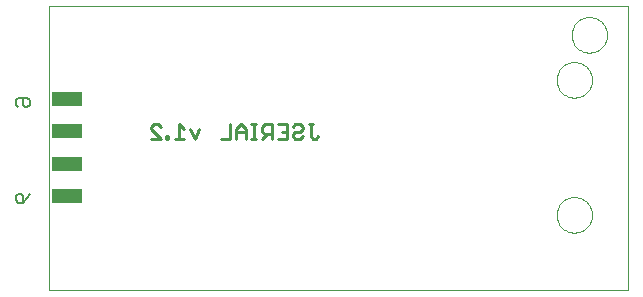
<source format=gbo>
G75*
G70*
%OFA0B0*%
%FSLAX24Y24*%
%IPPOS*%
%LPD*%
%AMOC8*
5,1,8,0,0,1.08239X$1,22.5*
%
%ADD10C,0.0000*%
%ADD11C,0.0090*%
%ADD12C,0.0050*%
%ADD13R,0.0984X0.0472*%
D10*
X004680Y002050D02*
X004680Y011499D01*
X023971Y011499D01*
X023971Y002050D01*
X004680Y002050D01*
X021589Y004550D02*
X021591Y004598D01*
X021597Y004646D01*
X021607Y004693D01*
X021620Y004739D01*
X021638Y004784D01*
X021658Y004828D01*
X021683Y004870D01*
X021711Y004909D01*
X021741Y004946D01*
X021775Y004980D01*
X021812Y005012D01*
X021850Y005041D01*
X021891Y005066D01*
X021934Y005088D01*
X021979Y005106D01*
X022025Y005120D01*
X022072Y005131D01*
X022120Y005138D01*
X022168Y005141D01*
X022216Y005140D01*
X022264Y005135D01*
X022312Y005126D01*
X022358Y005114D01*
X022403Y005097D01*
X022447Y005077D01*
X022489Y005054D01*
X022529Y005027D01*
X022567Y004997D01*
X022602Y004964D01*
X022634Y004928D01*
X022664Y004890D01*
X022690Y004849D01*
X022712Y004806D01*
X022732Y004762D01*
X022747Y004717D01*
X022759Y004670D01*
X022767Y004622D01*
X022771Y004574D01*
X022771Y004526D01*
X022767Y004478D01*
X022759Y004430D01*
X022747Y004383D01*
X022732Y004338D01*
X022712Y004294D01*
X022690Y004251D01*
X022664Y004210D01*
X022634Y004172D01*
X022602Y004136D01*
X022567Y004103D01*
X022529Y004073D01*
X022489Y004046D01*
X022447Y004023D01*
X022403Y004003D01*
X022358Y003986D01*
X022312Y003974D01*
X022264Y003965D01*
X022216Y003960D01*
X022168Y003959D01*
X022120Y003962D01*
X022072Y003969D01*
X022025Y003980D01*
X021979Y003994D01*
X021934Y004012D01*
X021891Y004034D01*
X021850Y004059D01*
X021812Y004088D01*
X021775Y004120D01*
X021741Y004154D01*
X021711Y004191D01*
X021683Y004230D01*
X021658Y004272D01*
X021638Y004316D01*
X021620Y004361D01*
X021607Y004407D01*
X021597Y004454D01*
X021591Y004502D01*
X021589Y004550D01*
X021589Y009050D02*
X021591Y009098D01*
X021597Y009146D01*
X021607Y009193D01*
X021620Y009239D01*
X021638Y009284D01*
X021658Y009328D01*
X021683Y009370D01*
X021711Y009409D01*
X021741Y009446D01*
X021775Y009480D01*
X021812Y009512D01*
X021850Y009541D01*
X021891Y009566D01*
X021934Y009588D01*
X021979Y009606D01*
X022025Y009620D01*
X022072Y009631D01*
X022120Y009638D01*
X022168Y009641D01*
X022216Y009640D01*
X022264Y009635D01*
X022312Y009626D01*
X022358Y009614D01*
X022403Y009597D01*
X022447Y009577D01*
X022489Y009554D01*
X022529Y009527D01*
X022567Y009497D01*
X022602Y009464D01*
X022634Y009428D01*
X022664Y009390D01*
X022690Y009349D01*
X022712Y009306D01*
X022732Y009262D01*
X022747Y009217D01*
X022759Y009170D01*
X022767Y009122D01*
X022771Y009074D01*
X022771Y009026D01*
X022767Y008978D01*
X022759Y008930D01*
X022747Y008883D01*
X022732Y008838D01*
X022712Y008794D01*
X022690Y008751D01*
X022664Y008710D01*
X022634Y008672D01*
X022602Y008636D01*
X022567Y008603D01*
X022529Y008573D01*
X022489Y008546D01*
X022447Y008523D01*
X022403Y008503D01*
X022358Y008486D01*
X022312Y008474D01*
X022264Y008465D01*
X022216Y008460D01*
X022168Y008459D01*
X022120Y008462D01*
X022072Y008469D01*
X022025Y008480D01*
X021979Y008494D01*
X021934Y008512D01*
X021891Y008534D01*
X021850Y008559D01*
X021812Y008588D01*
X021775Y008620D01*
X021741Y008654D01*
X021711Y008691D01*
X021683Y008730D01*
X021658Y008772D01*
X021638Y008816D01*
X021620Y008861D01*
X021607Y008907D01*
X021597Y008954D01*
X021591Y009002D01*
X021589Y009050D01*
X022089Y010550D02*
X022091Y010598D01*
X022097Y010646D01*
X022107Y010693D01*
X022120Y010739D01*
X022138Y010784D01*
X022158Y010828D01*
X022183Y010870D01*
X022211Y010909D01*
X022241Y010946D01*
X022275Y010980D01*
X022312Y011012D01*
X022350Y011041D01*
X022391Y011066D01*
X022434Y011088D01*
X022479Y011106D01*
X022525Y011120D01*
X022572Y011131D01*
X022620Y011138D01*
X022668Y011141D01*
X022716Y011140D01*
X022764Y011135D01*
X022812Y011126D01*
X022858Y011114D01*
X022903Y011097D01*
X022947Y011077D01*
X022989Y011054D01*
X023029Y011027D01*
X023067Y010997D01*
X023102Y010964D01*
X023134Y010928D01*
X023164Y010890D01*
X023190Y010849D01*
X023212Y010806D01*
X023232Y010762D01*
X023247Y010717D01*
X023259Y010670D01*
X023267Y010622D01*
X023271Y010574D01*
X023271Y010526D01*
X023267Y010478D01*
X023259Y010430D01*
X023247Y010383D01*
X023232Y010338D01*
X023212Y010294D01*
X023190Y010251D01*
X023164Y010210D01*
X023134Y010172D01*
X023102Y010136D01*
X023067Y010103D01*
X023029Y010073D01*
X022989Y010046D01*
X022947Y010023D01*
X022903Y010003D01*
X022858Y009986D01*
X022812Y009974D01*
X022764Y009965D01*
X022716Y009960D01*
X022668Y009959D01*
X022620Y009962D01*
X022572Y009969D01*
X022525Y009980D01*
X022479Y009994D01*
X022434Y010012D01*
X022391Y010034D01*
X022350Y010059D01*
X022312Y010088D01*
X022275Y010120D01*
X022241Y010154D01*
X022211Y010191D01*
X022183Y010230D01*
X022158Y010272D01*
X022138Y010316D01*
X022120Y010361D01*
X022107Y010407D01*
X022097Y010454D01*
X022091Y010502D01*
X022089Y010550D01*
D11*
X013635Y007173D02*
X013557Y007095D01*
X013478Y007095D01*
X013400Y007173D01*
X013400Y007565D01*
X013478Y007565D02*
X013321Y007565D01*
X013119Y007487D02*
X013119Y007409D01*
X013041Y007330D01*
X012884Y007330D01*
X012806Y007252D01*
X012806Y007173D01*
X012884Y007095D01*
X013041Y007095D01*
X013119Y007173D01*
X013119Y007487D02*
X013041Y007565D01*
X012884Y007565D01*
X012806Y007487D01*
X012604Y007565D02*
X012604Y007095D01*
X012290Y007095D01*
X012088Y007095D02*
X012088Y007565D01*
X011853Y007565D01*
X011774Y007487D01*
X011774Y007330D01*
X011853Y007252D01*
X012088Y007252D01*
X011931Y007252D02*
X011774Y007095D01*
X011572Y007095D02*
X011416Y007095D01*
X011494Y007095D02*
X011494Y007565D01*
X011572Y007565D02*
X011416Y007565D01*
X011229Y007409D02*
X011072Y007565D01*
X010915Y007409D01*
X010915Y007095D01*
X010713Y007095D02*
X010399Y007095D01*
X010713Y007095D02*
X010713Y007565D01*
X010915Y007330D02*
X011229Y007330D01*
X011229Y007409D02*
X011229Y007095D01*
X012290Y007565D02*
X012604Y007565D01*
X012604Y007330D02*
X012447Y007330D01*
X009682Y007409D02*
X009525Y007095D01*
X009368Y007409D01*
X009166Y007409D02*
X009009Y007565D01*
X009009Y007095D01*
X008853Y007095D02*
X009166Y007095D01*
X008650Y007095D02*
X008572Y007095D01*
X008572Y007173D01*
X008650Y007173D01*
X008650Y007095D01*
X008393Y007095D02*
X008079Y007409D01*
X008079Y007487D01*
X008157Y007565D01*
X008314Y007565D01*
X008393Y007487D01*
X008393Y007095D02*
X008079Y007095D01*
D12*
X004020Y008228D02*
X003945Y008153D01*
X003870Y008153D01*
X003795Y008228D01*
X003795Y008453D01*
X003645Y008453D02*
X003945Y008453D01*
X004020Y008378D01*
X004020Y008228D01*
X003645Y008153D02*
X003570Y008228D01*
X003570Y008378D01*
X003645Y008453D01*
X003645Y005257D02*
X003720Y005257D01*
X003795Y005182D01*
X003795Y004956D01*
X003645Y004956D01*
X003570Y005031D01*
X003570Y005182D01*
X003645Y005257D01*
X003945Y005107D02*
X003795Y004956D01*
X003945Y005107D02*
X004020Y005257D01*
D13*
X005271Y005180D03*
X005271Y006260D03*
X005271Y007340D03*
X005271Y008420D03*
M02*

</source>
